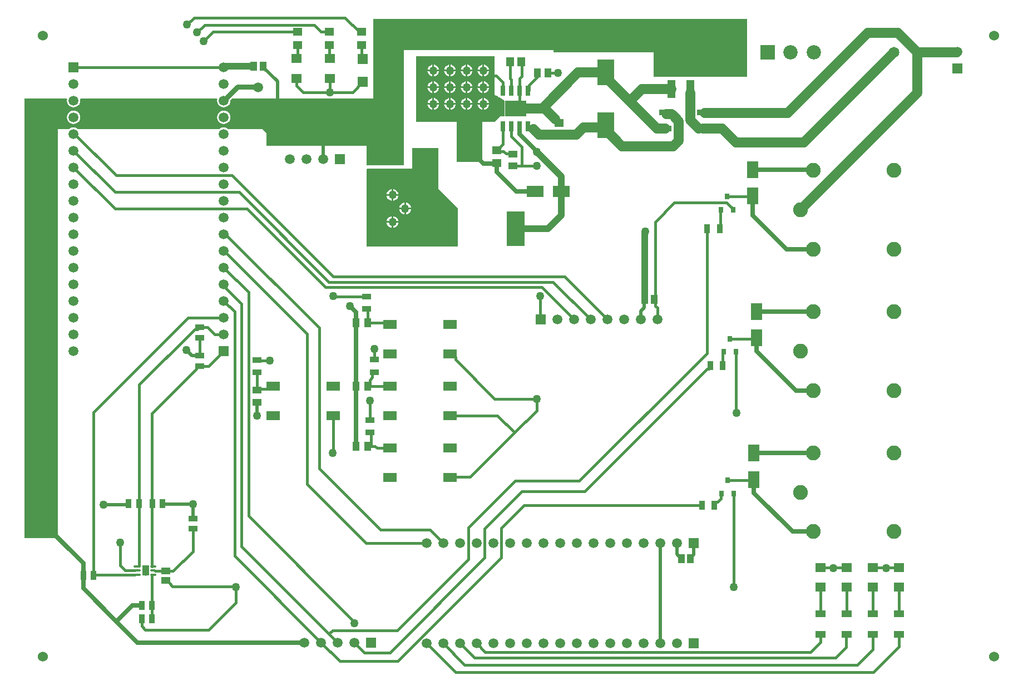
<source format=gtl>
G04*
G04 #@! TF.GenerationSoftware,Altium Limited,Altium Designer,19.1.8 (144)*
G04*
G04 Layer_Physical_Order=1*
G04 Layer_Color=255*
%FSTAX44Y44*%
%MOMM*%
G71*
G01*
G75*
%ADD11C,0.5000*%
G04:AMPARAMS|DCode=20|XSize=0.45mm|YSize=0.3mm|CornerRadius=0.0495mm|HoleSize=0mm|Usage=FLASHONLY|Rotation=0.000|XOffset=0mm|YOffset=0mm|HoleType=Round|Shape=RoundedRectangle|*
%AMROUNDEDRECTD20*
21,1,0.4500,0.2010,0,0,0.0*
21,1,0.3510,0.3000,0,0,0.0*
1,1,0.0990,0.1755,-0.1005*
1,1,0.0990,-0.1755,-0.1005*
1,1,0.0990,-0.1755,0.1005*
1,1,0.0990,0.1755,0.1005*
%
%ADD20ROUNDEDRECTD20*%
%ADD21R,1.5000X1.4000*%
%ADD22R,1.5000X1.0000*%
%ADD23R,1.2000X2.7000*%
%ADD24R,4.0000X2.1500*%
%ADD25R,1.1000X1.3500*%
%ADD26R,1.9250X0.9500*%
%ADD27R,1.3500X0.9500*%
%ADD28R,1.0200X1.4700*%
%ADD29R,3.3000X2.4100*%
%ADD30R,0.6500X1.5250*%
%ADD31R,0.8000X0.9000*%
%ADD32R,1.4500X1.2000*%
%ADD33R,1.5000X1.5000*%
%ADD34R,2.1000X1.4000*%
%ADD35R,1.2000X1.4500*%
%ADD36R,0.9500X1.3500*%
%ADD37R,1.3500X1.0000*%
%ADD38R,1.0000X1.3500*%
%ADD39R,1.4000X0.9500*%
%ADD40R,0.9500X1.4000*%
%ADD41R,2.8000X5.3000*%
%ADD42R,1.7000X2.5000*%
%ADD43R,2.5000X1.7000*%
%ADD44R,2.5000X4.0000*%
%ADD45R,1.4500X1.1500*%
%ADD46R,1.3500X1.1000*%
G04:AMPARAMS|DCode=47|XSize=1mm|YSize=1.6mm|CornerRadius=0.05mm|HoleSize=0mm|Usage=FLASHONLY|Rotation=0.000|XOffset=0mm|YOffset=0mm|HoleType=Round|Shape=RoundedRectangle|*
%AMROUNDEDRECTD47*
21,1,1.0000,1.5000,0,0,0.0*
21,1,0.9000,1.6000,0,0,0.0*
1,1,0.1000,0.4500,-0.7500*
1,1,0.1000,-0.4500,-0.7500*
1,1,0.1000,-0.4500,0.7500*
1,1,0.1000,0.4500,0.7500*
%
%ADD47ROUNDEDRECTD47*%
%ADD81C,0.5000*%
%ADD83C,0.3810*%
%ADD84C,1.0000*%
%ADD85C,0.3000*%
%ADD86C,1.5000*%
%ADD87C,0.7000*%
%ADD88C,0.8000*%
%ADD89C,2.4000*%
%ADD90R,1.6500X1.6500*%
%ADD91C,1.6500*%
%ADD92C,2.1750*%
%ADD93R,2.1750X2.1750*%
%ADD94C,1.5000*%
%ADD95R,1.5000X1.5000*%
%ADD96C,2.2500*%
%ADD97C,1.5240*%
%ADD98C,1.2700*%
G36*
X0111252Y00917956D02*
X0097028D01*
Y0095504D01*
X0081788D01*
Y00958342D01*
X00590042D01*
Y0088355D01*
X00590042Y0088355D01*
Y00783082D01*
X005334D01*
Y008128D01*
X00381D01*
Y0083185D01*
X0037465Y008382D01*
X00322792D01*
X00321293Y0083935D01*
X00318851Y00840362D01*
X0031623Y00840707D01*
X00313609Y00840362D01*
X00311167Y0083935D01*
X00309668Y008382D01*
X00094192D01*
X00092693Y0083935D01*
X00090251Y00840362D01*
X0008763Y00840707D01*
X00085009Y00840362D01*
X00082567Y0083935D01*
X00081068Y008382D01*
X000635D01*
Y002159D01*
X000127D01*
Y0086995D01*
Y00876046D01*
X000127Y00884682D01*
X00076887D01*
X00077771Y00883412D01*
X00077503Y0088138D01*
X00077848Y00878759D01*
X0007886Y00876317D01*
X00080469Y00874219D01*
X00082567Y0087261D01*
X00085009Y00871598D01*
X0008763Y00871253D01*
X00090251Y00871598D01*
X00092693Y0087261D01*
X00094791Y00874219D01*
X000964Y00876317D01*
X00097412Y00878759D01*
X00097757Y0088138D01*
X00097489Y00883412D01*
X00098373Y00884682D01*
X00305487D01*
X00306371Y00883412D01*
X00306103Y0088138D01*
X00306448Y00878759D01*
X0030746Y00876317D01*
X00309069Y00874219D01*
X00311167Y0087261D01*
X00313609Y00871598D01*
X0031623Y00871253D01*
X00318851Y00871598D01*
X00321293Y0087261D01*
X00323391Y00874219D01*
X00325Y00876317D01*
X00326012Y00878759D01*
X00326357Y0088138D01*
X00326264Y00882085D01*
X00328861Y00884682D01*
X0054356D01*
Y0100584D01*
X0111252D01*
Y00917956D01*
D02*
G37*
G36*
X00727964Y00889508D02*
X0073152Y00889D01*
X00735262Y00886583D01*
Y00886007D01*
X00736154D01*
X00743712Y00881126D01*
Y0085725D01*
X00736854D01*
X00728726Y00849122D01*
X00709676D01*
Y00808228D01*
X00671068D01*
X0067056Y00808438D01*
Y00849122D01*
X00608838Y00849122D01*
Y00948944D01*
X00727964D01*
Y00889508D01*
D02*
G37*
G36*
X00642874Y00747776D02*
X00672592Y00718058D01*
Y0065913D01*
X0054483D01*
X00533904Y0065913D01*
X00533532Y00777103D01*
X00534428Y00778002D01*
X0060325Y00778002D01*
X0060325Y0080899D01*
X00642874D01*
Y00747776D01*
D02*
G37*
%LPC*%
G36*
X0031623Y00866107D02*
X00313609Y00865762D01*
X00311167Y0086475D01*
X00309069Y00863141D01*
X0030746Y00861043D01*
X00306448Y00858601D01*
X00306103Y0085598D01*
X00306448Y00853359D01*
X0030746Y00850917D01*
X00309069Y00848819D01*
X00311167Y0084721D01*
X00313609Y00846198D01*
X0031623Y00845853D01*
X00318851Y00846198D01*
X00321293Y0084721D01*
X00323391Y00848819D01*
X00325Y00850917D01*
X00326012Y00853359D01*
X00326357Y0085598D01*
X00326012Y00858601D01*
X00325Y00861043D01*
X00323391Y00863141D01*
X00321293Y0086475D01*
X00318851Y00865762D01*
X0031623Y00866107D01*
D02*
G37*
G36*
X0008763D02*
X00085009Y00865762D01*
X00082567Y0086475D01*
X00080469Y00863141D01*
X0007886Y00861043D01*
X00077848Y00858601D01*
X00077503Y0085598D01*
X00077848Y00853359D01*
X0007886Y00850917D01*
X00080469Y00848819D01*
X00082567Y0084721D01*
X00085009Y00846198D01*
X0008763Y00845853D01*
X00090251Y00846198D01*
X00092693Y0084721D01*
X00094791Y00848819D01*
X000964Y00850917D01*
X00097412Y00853359D01*
X00097757Y0085598D01*
X00097412Y00858601D01*
X000964Y00861043D01*
X00094791Y00863141D01*
X00092693Y0086475D01*
X00090251Y00865762D01*
X0008763Y00866107D01*
D02*
G37*
G36*
X0071247Y009359D02*
Y0092837D01*
X00719999D01*
X00719861Y00929421D01*
X00718965Y00931583D01*
X0071754Y0093344D01*
X00715683Y00934865D01*
X00713521Y00935761D01*
X0071247Y009359D01*
D02*
G37*
G36*
X0070993D02*
X00708879Y00935761D01*
X00706717Y00934865D01*
X0070486Y0093344D01*
X00703435Y00931583D01*
X00702539Y00929421D01*
X00702401Y0092837D01*
X0070993D01*
Y009359D01*
D02*
G37*
G36*
X0068707D02*
Y0092837D01*
X006946D01*
X00694461Y00929421D01*
X00693565Y00931583D01*
X0069214Y0093344D01*
X00690283Y00934865D01*
X00688121Y00935761D01*
X0068707Y009359D01*
D02*
G37*
G36*
X0068453D02*
X00683479Y00935761D01*
X00681317Y00934865D01*
X0067946Y0093344D01*
X00678035Y00931583D01*
X00677139Y00929421D01*
X00677001Y0092837D01*
X0068453D01*
Y009359D01*
D02*
G37*
G36*
X0066167D02*
Y0092837D01*
X006692D01*
X00669061Y00929421D01*
X00668165Y00931583D01*
X0066674Y0093344D01*
X00664883Y00934865D01*
X00662721Y00935761D01*
X0066167Y009359D01*
D02*
G37*
G36*
X0065913D02*
X00658079Y00935761D01*
X00655917Y00934865D01*
X0065406Y0093344D01*
X00652635Y00931583D01*
X00651739Y00929421D01*
X006516Y0092837D01*
X0065913D01*
Y009359D01*
D02*
G37*
G36*
X0063627D02*
Y0092837D01*
X006438D01*
X00643661Y00929421D01*
X00642765Y00931583D01*
X0064134Y0093344D01*
X00639483Y00934865D01*
X00637321Y00935761D01*
X0063627Y009359D01*
D02*
G37*
G36*
X0063373D02*
X00632679Y00935761D01*
X00630517Y00934865D01*
X0062866Y0093344D01*
X00627235Y00931583D01*
X00626339Y00929421D01*
X006262Y0092837D01*
X0063373D01*
Y009359D01*
D02*
G37*
G36*
X00719999Y0092583D02*
X0071247D01*
Y009183D01*
X00713521Y00918439D01*
X00715683Y00919335D01*
X0071754Y0092076D01*
X00718965Y00922617D01*
X00719861Y00924779D01*
X00719999Y0092583D01*
D02*
G37*
G36*
X0070993D02*
X00702401D01*
X00702539Y00924779D01*
X00703435Y00922617D01*
X0070486Y0092076D01*
X00706717Y00919335D01*
X00708879Y00918439D01*
X0070993Y009183D01*
Y0092583D01*
D02*
G37*
G36*
X006946D02*
X0068707D01*
Y009183D01*
X00688121Y00918439D01*
X00690283Y00919335D01*
X0069214Y0092076D01*
X00693565Y00922617D01*
X00694461Y00924779D01*
X006946Y0092583D01*
D02*
G37*
G36*
X0068453D02*
X00677001D01*
X00677139Y00924779D01*
X00678035Y00922617D01*
X0067946Y0092076D01*
X00681317Y00919335D01*
X00683479Y00918439D01*
X0068453Y009183D01*
Y0092583D01*
D02*
G37*
G36*
X006692D02*
X0066167D01*
Y009183D01*
X00662721Y00918439D01*
X00664883Y00919335D01*
X0066674Y0092076D01*
X00668165Y00922617D01*
X00669061Y00924779D01*
X006692Y0092583D01*
D02*
G37*
G36*
X0065913D02*
X006516D01*
X00651739Y00924779D01*
X00652635Y00922617D01*
X0065406Y0092076D01*
X00655917Y00919335D01*
X00658079Y00918439D01*
X0065913Y009183D01*
Y0092583D01*
D02*
G37*
G36*
X006438D02*
X0063627D01*
Y009183D01*
X00637321Y00918439D01*
X00639483Y00919335D01*
X0064134Y0092076D01*
X00642765Y00922617D01*
X00643661Y00924779D01*
X006438Y0092583D01*
D02*
G37*
G36*
X0063373D02*
X006262D01*
X00626339Y00924779D01*
X00627235Y00922617D01*
X0062866Y0092076D01*
X00630517Y00919335D01*
X00632679Y00918439D01*
X0063373Y009183D01*
Y0092583D01*
D02*
G37*
G36*
X0071247Y00910499D02*
Y0090297D01*
X00719999D01*
X00719861Y00904021D01*
X00718965Y00906183D01*
X0071754Y0090804D01*
X00715683Y00909465D01*
X00713521Y00910361D01*
X0071247Y00910499D01*
D02*
G37*
G36*
X0070993D02*
X00708879Y00910361D01*
X00706717Y00909465D01*
X0070486Y0090804D01*
X00703435Y00906183D01*
X00702539Y00904021D01*
X00702401Y0090297D01*
X0070993D01*
Y00910499D01*
D02*
G37*
G36*
X0068707D02*
Y0090297D01*
X006946D01*
X00694461Y00904021D01*
X00693565Y00906183D01*
X0069214Y0090804D01*
X00690283Y00909465D01*
X00688121Y00910361D01*
X0068707Y00910499D01*
D02*
G37*
G36*
X0068453D02*
X00683479Y00910361D01*
X00681317Y00909465D01*
X0067946Y0090804D01*
X00678035Y00906183D01*
X00677139Y00904021D01*
X00677001Y0090297D01*
X0068453D01*
Y00910499D01*
D02*
G37*
G36*
X0066167D02*
Y0090297D01*
X006692D01*
X00669061Y00904021D01*
X00668165Y00906183D01*
X0066674Y0090804D01*
X00664883Y00909465D01*
X00662721Y00910361D01*
X0066167Y00910499D01*
D02*
G37*
G36*
X0065913D02*
X00658079Y00910361D01*
X00655917Y00909465D01*
X0065406Y0090804D01*
X00652635Y00906183D01*
X00651739Y00904021D01*
X006516Y0090297D01*
X0065913D01*
Y00910499D01*
D02*
G37*
G36*
X0063627D02*
Y0090297D01*
X006438D01*
X00643661Y00904021D01*
X00642765Y00906183D01*
X0064134Y0090804D01*
X00639483Y00909465D01*
X00637321Y00910361D01*
X0063627Y00910499D01*
D02*
G37*
G36*
X0063373D02*
X00632679Y00910361D01*
X00630517Y00909465D01*
X0062866Y0090804D01*
X00627235Y00906183D01*
X00626339Y00904021D01*
X006262Y0090297D01*
X0063373D01*
Y00910499D01*
D02*
G37*
G36*
X00719999Y0090043D02*
X0071247D01*
Y008929D01*
X00713521Y00893039D01*
X00715683Y00893935D01*
X0071754Y0089536D01*
X00718965Y00897217D01*
X00719861Y00899379D01*
X00719999Y0090043D01*
D02*
G37*
G36*
X0070993D02*
X00702401D01*
X00702539Y00899379D01*
X00703435Y00897217D01*
X0070486Y0089536D01*
X00706717Y00893935D01*
X00708879Y00893039D01*
X0070993Y008929D01*
Y0090043D01*
D02*
G37*
G36*
X006946D02*
X0068707D01*
Y008929D01*
X00688121Y00893039D01*
X00690283Y00893935D01*
X0069214Y0089536D01*
X00693565Y00897217D01*
X00694461Y00899379D01*
X006946Y0090043D01*
D02*
G37*
G36*
X0068453D02*
X00677001D01*
X00677139Y00899379D01*
X00678035Y00897217D01*
X0067946Y0089536D01*
X00681317Y00893935D01*
X00683479Y00893039D01*
X0068453Y008929D01*
Y0090043D01*
D02*
G37*
G36*
X006692D02*
X0066167D01*
Y008929D01*
X00662721Y00893039D01*
X00664883Y00893935D01*
X0066674Y0089536D01*
X00668165Y00897217D01*
X00669061Y00899379D01*
X006692Y0090043D01*
D02*
G37*
G36*
X0065913D02*
X006516D01*
X00651739Y00899379D01*
X00652635Y00897217D01*
X0065406Y0089536D01*
X00655917Y00893935D01*
X00658079Y00893039D01*
X0065913Y008929D01*
Y0090043D01*
D02*
G37*
G36*
X006438D02*
X0063627D01*
Y008929D01*
X00637321Y00893039D01*
X00639483Y00893935D01*
X0064134Y0089536D01*
X00642765Y00897217D01*
X00643661Y00899379D01*
X006438Y0090043D01*
D02*
G37*
G36*
X0063373D02*
X006262D01*
X00626339Y00899379D01*
X00627235Y00897217D01*
X0062866Y0089536D01*
X00630517Y00893935D01*
X00632679Y00893039D01*
X0063373Y008929D01*
Y0090043D01*
D02*
G37*
G36*
X0071247Y00885099D02*
Y0087757D01*
X00719999D01*
X00719861Y00878621D01*
X00718965Y00880783D01*
X0071754Y0088264D01*
X00715683Y00884065D01*
X00713521Y00884961D01*
X0071247Y00885099D01*
D02*
G37*
G36*
X0070993D02*
X00708879Y00884961D01*
X00706717Y00884065D01*
X0070486Y0088264D01*
X00703435Y00880783D01*
X00702539Y00878621D01*
X00702401Y0087757D01*
X0070993D01*
Y00885099D01*
D02*
G37*
G36*
X0068707D02*
Y0087757D01*
X006946D01*
X00694461Y00878621D01*
X00693565Y00880783D01*
X0069214Y0088264D01*
X00690283Y00884065D01*
X00688121Y00884961D01*
X0068707Y00885099D01*
D02*
G37*
G36*
X0068453D02*
X00683479Y00884961D01*
X00681317Y00884065D01*
X0067946Y0088264D01*
X00678035Y00880783D01*
X00677139Y00878621D01*
X00677001Y0087757D01*
X0068453D01*
Y00885099D01*
D02*
G37*
G36*
X0066167D02*
Y0087757D01*
X006692D01*
X00669061Y00878621D01*
X00668165Y00880783D01*
X0066674Y0088264D01*
X00664883Y00884065D01*
X00662721Y00884961D01*
X0066167Y00885099D01*
D02*
G37*
G36*
X0065913D02*
X00658079Y00884961D01*
X00655917Y00884065D01*
X0065406Y0088264D01*
X00652635Y00880783D01*
X00651739Y00878621D01*
X006516Y0087757D01*
X0065913D01*
Y00885099D01*
D02*
G37*
G36*
X0063627D02*
Y0087757D01*
X006438D01*
X00643661Y00878621D01*
X00642765Y00880783D01*
X0064134Y0088264D01*
X00639483Y00884065D01*
X00637321Y00884961D01*
X0063627Y00885099D01*
D02*
G37*
G36*
X0063373D02*
X00632679Y00884961D01*
X00630517Y00884065D01*
X0062866Y0088264D01*
X00627235Y00880783D01*
X00626339Y00878621D01*
X006262Y0087757D01*
X0063373D01*
Y00885099D01*
D02*
G37*
G36*
X00719999Y0087503D02*
X0071247D01*
Y00867501D01*
X00713521Y00867639D01*
X00715683Y00868535D01*
X0071754Y0086996D01*
X00718965Y00871817D01*
X00719861Y00873979D01*
X00719999Y0087503D01*
D02*
G37*
G36*
X0070993D02*
X00702401D01*
X00702539Y00873979D01*
X00703435Y00871817D01*
X0070486Y0086996D01*
X00706717Y00868535D01*
X00708879Y00867639D01*
X0070993Y00867501D01*
Y0087503D01*
D02*
G37*
G36*
X006946D02*
X0068707D01*
Y00867501D01*
X00688121Y00867639D01*
X00690283Y00868535D01*
X0069214Y0086996D01*
X00693565Y00871817D01*
X00694461Y00873979D01*
X006946Y0087503D01*
D02*
G37*
G36*
X0068453D02*
X00677001D01*
X00677139Y00873979D01*
X00678035Y00871817D01*
X0067946Y0086996D01*
X00681317Y00868535D01*
X00683479Y00867639D01*
X0068453Y00867501D01*
Y0087503D01*
D02*
G37*
G36*
X006692D02*
X0066167D01*
Y00867501D01*
X00662721Y00867639D01*
X00664883Y00868535D01*
X0066674Y0086996D01*
X00668165Y00871817D01*
X00669061Y00873979D01*
X006692Y0087503D01*
D02*
G37*
G36*
X0065913D02*
X006516D01*
X00651739Y00873979D01*
X00652635Y00871817D01*
X0065406Y0086996D01*
X00655917Y00868535D01*
X00658079Y00867639D01*
X0065913Y00867501D01*
Y0087503D01*
D02*
G37*
G36*
X006438D02*
X0063627D01*
Y00867501D01*
X00637321Y00867639D01*
X00639483Y00868535D01*
X0064134Y0086996D01*
X00642765Y00871817D01*
X00643661Y00873979D01*
X006438Y0087503D01*
D02*
G37*
G36*
X0063373D02*
X006262D01*
X00626339Y00873979D01*
X00627235Y00871817D01*
X0062866Y0086996D01*
X00630517Y00868535D01*
X00632679Y00867639D01*
X0063373Y00867501D01*
Y0087503D01*
D02*
G37*
G36*
X00574294Y00746669D02*
Y0073914D01*
X00581824D01*
X00581685Y00740191D01*
X00580789Y00742353D01*
X00579364Y0074421D01*
X00577507Y00745635D01*
X00575345Y00746531D01*
X00574294Y00746669D01*
D02*
G37*
G36*
X00571754D02*
X00570703Y00746531D01*
X00568541Y00745635D01*
X00566684Y0074421D01*
X00565259Y00742353D01*
X00564363Y00740191D01*
X00564225Y0073914D01*
X00571754D01*
Y00746669D01*
D02*
G37*
G36*
X00581824Y007366D02*
X00574294D01*
Y00729071D01*
X00575345Y00729209D01*
X00577507Y00730105D01*
X00579364Y0073153D01*
X00580789Y00733387D01*
X00581685Y00735549D01*
X00581824Y007366D01*
D02*
G37*
G36*
X00571754D02*
X00564225D01*
X00564363Y00735549D01*
X00565259Y00733387D01*
X00566684Y0073153D01*
X00568541Y00730105D01*
X00570703Y00729209D01*
X00571754Y00729071D01*
Y007366D01*
D02*
G37*
G36*
X00593598Y00726096D02*
Y00718566D01*
X00601128D01*
X00600989Y00719617D01*
X00600093Y00721779D01*
X00598668Y00723636D01*
X00596811Y00725061D01*
X00594649Y00725957D01*
X00593598Y00726096D01*
D02*
G37*
G36*
X00591058D02*
X00590007Y00725957D01*
X00587845Y00725061D01*
X00585988Y00723636D01*
X00584563Y00721779D01*
X00583667Y00719617D01*
X00583529Y00718566D01*
X00591058D01*
Y00726096D01*
D02*
G37*
G36*
X00601128Y00716026D02*
X00593598D01*
Y00708496D01*
X00594649Y00708635D01*
X00596811Y00709531D01*
X00598668Y00710956D01*
X00600093Y00712813D01*
X00600989Y00714975D01*
X00601128Y00716026D01*
D02*
G37*
G36*
X00591058D02*
X00583529D01*
X00583667Y00714975D01*
X00584563Y00712813D01*
X00585988Y00710956D01*
X00587845Y00709531D01*
X00590007Y00708635D01*
X00591058Y00708496D01*
Y00716026D01*
D02*
G37*
G36*
X00574294Y00705521D02*
Y00697992D01*
X00581824D01*
X00581685Y00699043D01*
X00580789Y00701205D01*
X00579364Y00703062D01*
X00577507Y00704487D01*
X00575345Y00705383D01*
X00574294Y00705521D01*
D02*
G37*
G36*
X00571754D02*
X00570703Y00705383D01*
X00568541Y00704487D01*
X00566684Y00703062D01*
X00565259Y00701205D01*
X00564363Y00699043D01*
X00564225Y00697992D01*
X00571754D01*
Y00705521D01*
D02*
G37*
G36*
X00581824Y00695452D02*
X00574294D01*
Y00687923D01*
X00575345Y00688061D01*
X00577507Y00688957D01*
X00579364Y00690382D01*
X00580789Y00692239D01*
X00581685Y00694401D01*
X00581824Y00695452D01*
D02*
G37*
G36*
X00571754D02*
X00564225D01*
X00564363Y00694401D01*
X00565259Y00692239D01*
X00566684Y00690382D01*
X00568541Y00688957D01*
X00570703Y00688061D01*
X00571754Y00687923D01*
Y00695452D01*
D02*
G37*
%LPD*%
D11*
X0037592Y0093222D02*
X00397764Y00910376D01*
Y0085257D02*
Y00910376D01*
X0037592Y0093222D02*
Y0093347D01*
X000381Y002413D02*
Y002667D01*
X01031494Y00190592D02*
Y00207772D01*
X01026556Y00185654D02*
X01031494Y00190592D01*
X01030986Y00055626D02*
X0103124Y00055372D01*
X01006094Y00207772D02*
Y00208026D01*
Y00190866D02*
Y00207772D01*
Y00190866D02*
X01012556Y00184404D01*
X0036703Y00402336D02*
Y00422546D01*
X00366776Y00402082D02*
X0036703Y00402336D01*
X00465074Y00827024D02*
X0046736Y00824738D01*
Y0079248D02*
Y00824738D01*
X0095631Y00577738D02*
X00957184Y00578612D01*
X0095631Y00566166D02*
Y00577738D01*
X00950976Y00548386D02*
Y00560832D01*
X0095631Y00566166D01*
X00267964Y0049302D02*
X002794D01*
X0025908Y00501904D02*
X00267964Y0049302D01*
X00268986Y00245494D02*
Y00267208D01*
X0022352D02*
X00268986D01*
X00222758Y0026797D02*
X0022352Y00267208D01*
X00170304Y002667D02*
X00171574Y0026797D01*
X0013335Y002667D02*
X00170304D01*
X00980694Y00055626D02*
Y00208026D01*
D20*
X0018751Y0017274D02*
D03*
Y0016624D02*
D03*
Y0015974D02*
D03*
X0020701D02*
D03*
Y0016624D02*
D03*
Y0017274D02*
D03*
D21*
X01343914Y00140956D02*
D03*
Y00170956D02*
D03*
X0122428D02*
D03*
Y00140956D02*
D03*
X01304036Y00170956D02*
D03*
Y00140956D02*
D03*
X01264158Y00170956D02*
D03*
Y00140956D02*
D03*
X0047752Y00945328D02*
D03*
Y00915328D02*
D03*
X0042672D02*
D03*
Y00945328D02*
D03*
D22*
X01343914Y00068836D02*
D03*
Y00100836D02*
D03*
X01264158Y00068836D02*
D03*
Y00100836D02*
D03*
X01304036Y00068836D02*
D03*
Y00100836D02*
D03*
X0122428Y00068836D02*
D03*
Y00100836D02*
D03*
D23*
X0102669Y00898652D02*
D03*
X0099769D02*
D03*
D24*
X00622942Y00797932D02*
D03*
X00689942D02*
D03*
D25*
X0036192Y0093347D02*
D03*
X0037592D02*
D03*
X00957184Y00578612D02*
D03*
X00971184D02*
D03*
X01012556Y00184404D02*
D03*
X01026556D02*
D03*
D26*
X01046136Y0086315D02*
D03*
Y0083865D02*
D03*
X00987896D02*
D03*
Y0086315D02*
D03*
D27*
X00268986Y00229994D02*
D03*
Y00245494D02*
D03*
X002794Y0052083D02*
D03*
Y0053633D02*
D03*
Y0049302D02*
D03*
Y0047752D02*
D03*
D28*
X00793242Y00923354D02*
D03*
X00809242D02*
D03*
D29*
X00760102Y00869052D02*
D03*
D30*
X00779152Y00841932D02*
D03*
X00766452D02*
D03*
X00753752D02*
D03*
X00741052D02*
D03*
Y00896172D02*
D03*
X00753752D02*
D03*
X00766452D02*
D03*
X00779152D02*
D03*
D31*
X01083056Y00303624D02*
D03*
X01092556Y00283624D02*
D03*
X01073556D02*
D03*
X01086612Y00518922D02*
D03*
X01096112Y00498922D02*
D03*
X01077112D02*
D03*
X01082294Y00735584D02*
D03*
X01091794Y00715584D02*
D03*
X01072794D02*
D03*
D32*
X00428248Y00986028D02*
D03*
Y00966028D02*
D03*
X0047712Y00986028D02*
D03*
Y00966028D02*
D03*
X00525993D02*
D03*
Y00986028D02*
D03*
X00731774Y00805942D02*
D03*
Y00785942D02*
D03*
D33*
X00527727Y00944828D02*
D03*
Y00909828D02*
D03*
X0031623Y0050038D02*
D03*
X0008763Y0093218D02*
D03*
X003683Y008763D02*
D03*
X0143256Y00929894D02*
D03*
X00572516Y00767334D02*
D03*
D34*
X0039138Y0044668D02*
D03*
X0048238D02*
D03*
X0039138Y0040168D02*
D03*
X0048238D02*
D03*
X0066018Y003077D02*
D03*
X0056918D02*
D03*
X0066018Y003527D02*
D03*
X0056918D02*
D03*
X0066018Y0040168D02*
D03*
X0056918D02*
D03*
X0066018Y0044668D02*
D03*
X0056918D02*
D03*
X0066018Y0049566D02*
D03*
X0056918D02*
D03*
X0066018Y0054066D02*
D03*
X0056918D02*
D03*
D35*
X00768602Y00940172D02*
D03*
X00751602D02*
D03*
D36*
X00206632Y0011303D02*
D03*
X00191132D02*
D03*
X00117732Y00159258D02*
D03*
X00102232D02*
D03*
X00207258Y0026797D02*
D03*
X00222758D02*
D03*
X00187074D02*
D03*
X00171574D02*
D03*
X00191132Y00092964D02*
D03*
X00206632D02*
D03*
D37*
X0036703Y00440546D02*
D03*
Y00422546D02*
D03*
X00756158Y0078221D02*
D03*
Y0080021D02*
D03*
D38*
X005354Y003556D02*
D03*
X005174D02*
D03*
X005354Y0044704D02*
D03*
X005174D02*
D03*
X005354Y0054356D02*
D03*
X005174D02*
D03*
D39*
X0036703Y00467766D02*
D03*
Y00486766D02*
D03*
X0053848Y0039558D02*
D03*
Y0037658D02*
D03*
X00545084Y00487274D02*
D03*
Y00468274D02*
D03*
X005334Y0058354D02*
D03*
Y0056454D02*
D03*
D40*
X0106294Y0026543D02*
D03*
X0104394D02*
D03*
X01075792Y00477774D02*
D03*
X01056792D02*
D03*
X01070864Y00686562D02*
D03*
X01051864D02*
D03*
D41*
X00658502Y00686172D02*
D03*
X00760502D02*
D03*
D42*
X0112268Y003048D02*
D03*
Y003448D02*
D03*
X01126998Y00520258D02*
D03*
Y00560258D02*
D03*
X01121156Y00736092D02*
D03*
Y00776092D02*
D03*
D43*
X00830072Y0074295D02*
D03*
X00790072D02*
D03*
D44*
X00897262Y00844292D02*
D03*
Y00924292D02*
D03*
D45*
X00826142Y00829572D02*
D03*
Y00847572D02*
D03*
D46*
X00228092Y00165638D02*
D03*
Y00151638D02*
D03*
D47*
X0019726Y0016624D02*
D03*
D81*
Y0017174D02*
D03*
Y0016074D02*
D03*
D83*
X00758698Y00376174D02*
X0079248Y00409956D01*
X00690927Y00308403D02*
X00758698Y00376174D01*
X00758444D02*
X00758698D01*
X01304036Y00170956D02*
X01343914D01*
X00976188Y00548386D02*
Y00565903D01*
X002235Y00152512D02*
X00227095Y00148917D01*
X00232063D01*
X00660883Y00308403D02*
X00690927D01*
X00732938Y0040168D02*
X00758444Y00376174D01*
X0079248Y00409956D02*
Y00427355D01*
X0018751Y0026797D02*
Y00449384D01*
X0066018Y0040168D02*
X00732938D01*
X0066018D02*
X00661852Y00403352D01*
X00728485Y00427355D02*
X0079248D01*
X0106294Y0026543D02*
Y0026768D01*
X01065785Y00270525D01*
X01068035D01*
X01073151Y00275641D02*
Y00283219D01*
X01068035Y00270525D02*
X01073151Y00275641D01*
Y00283219D02*
X01073556Y00283624D01*
X00535686Y0044704D02*
X0053822Y00449574D01*
Y00456432D01*
X00541829Y00460041D01*
X00544674Y00468274D02*
X00545084D01*
X00541829Y00460041D02*
Y00465429D01*
X00544674Y00468274D01*
X005354Y0044704D02*
X00535686D01*
X00117732Y00159258D02*
X00118214Y0015974D01*
X00180848D01*
X00166116Y0016637D02*
X00180718D01*
X00158242Y00174244D02*
X00166116Y0016637D01*
X00158242Y00174244D02*
Y00209296D01*
X00227614Y00166116D02*
X00228092Y00165638D01*
X00211706Y00166116D02*
X00227614D01*
X0020701Y0017274D02*
Y00267722D01*
Y0026797D02*
Y0040513D01*
Y00267722D02*
X00207258Y0026797D01*
X00333248Y0014224D02*
X00334518Y0014097D01*
X00232937Y00147695D02*
X00238392Y0014224D01*
X00232937Y00147695D02*
Y00148043D01*
X00238392Y0014224D02*
X00333248D01*
X00232063Y00148917D02*
X00232937Y00148043D01*
X00228092Y00165638D02*
X00228393Y00165939D01*
X00239345D02*
X00268986Y0019558D01*
X00228393Y00165939D02*
X00239345D01*
X00186944Y0026784D02*
X00187074Y0026797D01*
X00186944Y00173306D02*
Y0026784D01*
X0051435Y00086741D02*
X00515112Y00085979D01*
X0051435Y00086741D02*
Y000889D01*
X0058039Y00075184D02*
X00688848Y00183642D01*
X00481584Y00075184D02*
X0058039D01*
X0047625Y0006985D02*
X00481584Y00075184D01*
X0047625Y0006985D02*
X00489712Y00056388D01*
X00343281Y00202819D02*
X0047625Y0006985D01*
X00464312Y00986028D02*
X0047712D01*
X00286766Y00996696D02*
X00453644D01*
X00464312Y00986028D01*
X0076962Y0078221D02*
Y00810768D01*
X00756158Y0078221D02*
X0076962D01*
X0079259D01*
X00898652Y00916686D02*
Y00922902D01*
X00897262Y00924292D02*
X00898652Y00922902D01*
X00334518Y00117856D02*
Y0014097D01*
X0019685Y000762D02*
X00292862D01*
X00334518Y00117856D01*
X00809432Y00923544D02*
X00824738D01*
X00809242Y00923354D02*
X00809432Y00923544D01*
X0122428Y00100836D02*
Y00140956D01*
X01264158Y00100836D02*
Y00140956D01*
X01304036Y00100836D02*
Y00140956D01*
X01343914Y00100836D02*
Y00140956D01*
X01245122Y00170956D02*
X01264158D01*
X01244092Y00169926D02*
X01245122Y00170956D01*
X0122428D02*
X01243062D01*
X01244092Y00169926D01*
X01209548Y00042418D02*
X0122428Y0005715D01*
Y00068836D01*
X00713994Y00042418D02*
X01209548D01*
X01246886Y00033528D02*
X01263269Y00049911D01*
Y00067947D02*
X01264158Y00068836D01*
X01263269Y00049911D02*
Y00067947D01*
X00697484Y00033528D02*
X01246886D01*
X00668782Y0001143D02*
X01304544D01*
X0134366Y00068582D02*
X01343914Y00068836D01*
X01304544Y0001143D02*
X0134366Y00050546D01*
Y00068582D01*
X01304036Y00046636D02*
Y00068836D01*
X0128026Y0002286D02*
X01304036Y00046636D01*
X00682752Y0002286D02*
X0128026D01*
X0065024Y00055372D02*
X00682752Y0002286D01*
X0070104Y00055372D02*
X00713994Y00042418D01*
X0067564Y00055372D02*
X00697484Y00033528D01*
X0062484Y00055372D02*
X00668782Y0001143D01*
X0044323Y00297434D02*
X00532892Y00207772D01*
X006282D01*
X00630138Y00228128D02*
X00650494Y00207772D01*
X00554954Y00228128D02*
X00630138D01*
X00461518Y00321564D02*
Y00535432D01*
Y00321564D02*
X00554954Y00228128D01*
X00275336Y00985266D02*
X00286766Y00996696D01*
X0026035Y0099695D02*
X00270764Y01007364D01*
X00500851D02*
X00522187Y00986028D01*
X00270764Y01007364D02*
X00500851D01*
X00300228Y00986028D02*
X00428498D01*
X0028575Y0097155D02*
X00300228Y00986028D01*
X01026556Y00184404D02*
Y00185654D01*
X00549508Y003527D02*
X0056918D01*
X00546608Y003556D02*
X00549508Y003527D01*
X0054048Y003556D02*
X00546608D01*
X0053732D02*
X0054048D01*
X01213348Y00776092D02*
X0121412Y0077532D01*
X01092556Y00141072D02*
Y00283624D01*
X01092454Y0014097D02*
X01092556Y00141072D01*
X00368046Y00901954D02*
X003683Y009017D01*
X0042672Y0090424D02*
X0043688Y0089408D01*
X0047752D01*
X00724408Y0091948D02*
X00731012D01*
X00741052Y00896172D02*
Y0090944D01*
X00731012Y0091948D02*
X00741052Y0090944D01*
X0008763Y0093218D02*
X0031623D01*
X00972708Y00578866D02*
X00973307Y00578267D01*
X00972708Y00696864D02*
X0100203Y00726186D01*
X00972708Y00578866D02*
Y00696864D01*
X0100203Y00726186D02*
X01081192D01*
X01096112Y00406806D02*
Y00498922D01*
Y00406806D02*
X01096518Y004064D01*
X0076962Y00286766D02*
X00865784D01*
X00759206Y00302514D02*
X0085725D01*
X01051864Y00497128D02*
Y00686562D01*
X00865784Y00286766D02*
X01051697Y00472679D01*
X0085725Y00302514D02*
X01051864Y00497128D01*
X01051697Y00472679D02*
X01053947D01*
X01086612Y00518922D02*
X01125662D01*
X01091794Y00715584D02*
Y00716084D01*
X01089699Y00718179D02*
X01091794Y00716084D01*
X01089199Y00718179D02*
X01089699D01*
X01081192Y00726186D02*
X01089199Y00718179D01*
X0079259Y0078221D02*
X00792734Y00782066D01*
X00733024Y00805942D02*
X00734548Y00804418D01*
X00741934D01*
X00755941Y00800427D02*
X00756158Y0080021D01*
X00745925Y00800427D02*
X00755941D01*
X00741934Y00804418D02*
X00745925Y00800427D01*
X00733024Y00805942D02*
X00737119Y00810037D01*
Y00811287D01*
X00741052Y0081522D01*
X00753752Y00826636D02*
X0076962Y00810768D01*
X00753752Y00826636D02*
Y00841932D01*
X00741052Y0081522D02*
Y00841932D01*
X0048326Y0058354D02*
X005334D01*
X004826Y005842D02*
X0048326Y0058354D01*
X0047712Y00941351D02*
Y00966028D01*
X004764Y00945328D02*
Y00949522D01*
Y0094465D02*
Y00945328D01*
Y00941351D02*
Y0094465D01*
X00428248Y00945578D02*
X00428498Y00945328D01*
X00428248Y00945578D02*
Y00966028D01*
X0042672Y0090424D02*
Y00915328D01*
X00511979Y0089408D02*
X00527727Y00909828D01*
X0047752Y0089408D02*
X00511979D01*
X0047752D02*
Y009144D01*
X0066018Y003077D02*
X00660883Y00308403D01*
X0066018Y0049566D02*
X0066368D01*
X00668775Y00490565D01*
Y00487065D02*
Y00490565D01*
Y00487065D02*
X00728485Y00427355D01*
X00545084Y00487274D02*
Y00503174D01*
X0048238Y00345982D02*
Y0040168D01*
X00481584Y00345186D02*
X0048238Y00345982D01*
X00525993Y00946562D02*
Y00966028D01*
Y00946562D02*
X00527727Y00944828D01*
X00117732Y00159258D02*
Y00407292D01*
X0026162Y0055118D01*
X00191132Y00081918D02*
X0019685Y000762D01*
X00191132Y00081918D02*
Y00092964D01*
X0051401Y00057491D02*
X00530098Y00041402D01*
X00354076Y00249174D02*
X0051435Y000889D01*
X00354076Y00249174D02*
Y00589534D01*
X0031623Y0093218D02*
X00317583D01*
X00766452Y00875402D02*
Y00896172D01*
Y00915296D01*
X00343281Y00202819D02*
Y00571881D01*
X00492506Y00028194D02*
X00580769D01*
X00464312Y00056388D02*
Y00056388D01*
Y00056388D02*
X00492506Y00028194D01*
X00332486Y00188214D02*
X00464312Y00056388D01*
X00332486Y00188214D02*
Y00560324D01*
X00530098Y00041402D02*
X0056896D01*
X00713239Y00185681D01*
X0031623Y0062738D02*
X00354076Y00589534D01*
X0032024Y00594921D02*
Y00594942D01*
Y00594921D02*
X0034093Y00574232D01*
Y00574232D02*
Y00574232D01*
Y00574232D02*
X00343281Y00571881D01*
X0031623Y00598952D02*
X0032024Y00594942D01*
X0031623Y00598952D02*
Y0060198D01*
X0036703Y00443704D02*
Y00465175D01*
Y00440546D02*
Y00443704D01*
Y00442214D02*
X00386914D01*
X00364439Y00467766D02*
X0036703Y00465175D01*
X00368402Y00485394D02*
X00386334D01*
X0036703Y00486766D02*
X00368402Y00485394D01*
X0031623Y0057658D02*
X00332486Y00560324D01*
X00386914Y00442214D02*
X0039138Y0044668D01*
X0026162Y0055118D02*
X0031623D01*
X00276555Y00533485D02*
X002794Y0053633D01*
X00271611Y00533485D02*
X00276555D01*
X0018751Y00449384D02*
X00271611Y00533485D01*
X002774Y0047752D02*
X002794D01*
X00274555Y00474675D02*
X002774Y0047752D01*
X00274555Y00472675D02*
Y00474675D01*
X0020701Y0040513D02*
X00274555Y00472675D01*
X00268986Y0019558D02*
Y00229994D01*
X00206632Y00092964D02*
Y0011303D01*
X0020701Y00113408D02*
Y0015974D01*
X00206632Y0011303D02*
X0020701Y00113408D01*
X00351536Y00716788D02*
X00470916Y00597408D01*
X0008763Y0077978D02*
X00150622Y00716788D01*
X00351536D01*
X0032893Y00767588D02*
X00483108Y0061341D01*
X00834964D02*
X00899988Y00548386D01*
X00483108Y0061341D02*
X00834964D01*
X00339598Y00742188D02*
X0047625Y00605536D01*
X00817438D02*
X00874588Y00548386D01*
X0047625Y00605536D02*
X00817438D01*
X00152146Y00767588D02*
X0032893D01*
X00089154Y0083058D02*
X00152146Y00767588D01*
X0008763Y0083058D02*
X00089154D01*
X00150622Y00742188D02*
X00339598D01*
X0008763Y0080518D02*
X00150622Y00742188D01*
X00470916Y00597408D02*
X00800166D01*
X00874588Y00548386D02*
X00874588D01*
X00800166Y00597408D02*
X00849188Y00548386D01*
X0079756Y00551246D02*
Y005842D01*
X00796544Y0055023D02*
X00798388Y00548386D01*
X00796544Y0055023D02*
X0079756Y00551246D01*
X0044323Y00297434D02*
Y00526034D01*
X0031877Y0067818D02*
X00461518Y00535432D01*
X00316484Y0065278D02*
X0044323Y00526034D01*
X00713239Y00185681D02*
Y00230385D01*
X00738639Y00186064D02*
Y00230893D01*
X00580769Y00028194D02*
X00738639Y00186064D01*
X00688848Y00232156D02*
X00759206Y00302514D01*
X00688848Y00183642D02*
Y00232156D01*
X00713239Y00230385D02*
X0076962Y00286766D01*
X01056792Y00475524D02*
Y00477774D01*
X01053947Y00472679D02*
X01056792Y00475524D01*
X00738639Y00230893D02*
X00773176Y0026543D01*
X0104394D01*
X0031623Y0067818D02*
X0031877D01*
X0031623Y0065278D02*
X00316484D01*
X0053848Y0039558D02*
Y00424434D01*
X002794Y0047752D02*
X0029337D01*
X0031623Y0050038D01*
X0041656Y0079248D02*
X00417322Y00791718D01*
X00973307Y00568784D02*
Y00578267D01*
Y00568784D02*
X00976188Y00565903D01*
X00760102Y00869052D02*
X00760492Y00869442D01*
X00800862D02*
X00804272D01*
X00824642Y00847572D02*
X00826142D01*
X00820797Y00851417D02*
X00824642Y00847572D01*
X00820797Y00851417D02*
Y00852917D01*
X00793242Y00917956D02*
Y00928752D01*
X00779152Y00896172D02*
X00780497Y00897517D01*
Y00905211D01*
X00793242Y00917956D01*
X00768602Y00940172D02*
X0076962Y00939154D01*
Y00918464D02*
Y00939154D01*
X00766452Y00915296D02*
X0076962Y00918464D01*
X00753752Y00896172D02*
X00753872Y00896292D01*
Y0091313D01*
X00751602Y009154D02*
Y00940172D01*
Y009154D02*
X00753872Y0091313D01*
X01082294Y00735584D02*
X01120648D01*
X01121156Y00736092D01*
X01125662Y00518922D02*
X01126998Y00520258D01*
X01083056Y00303624D02*
X01121504D01*
X0112268Y003048D01*
X01213678Y00560258D02*
X012138Y0056038D01*
X01070864Y00686562D02*
X01072134Y00687832D01*
Y00714924D02*
X01072794Y00715584D01*
X01072134Y00687832D02*
Y00714924D01*
X01082294Y00735584D02*
X01082614Y00735904D01*
X01075792Y00477774D02*
Y00497602D01*
X01077112Y00498922D01*
X0121848Y003448D02*
X0121912Y0034544D01*
X005354Y0054356D02*
X0056628D01*
X0056918Y0054066D01*
X0053732Y0044704D02*
X0056882D01*
X0056918Y0044668D01*
X0054048Y003556D02*
Y0037458D01*
X0053848Y0037658D02*
X0054048Y0037458D01*
X005354Y0054356D02*
Y005632D01*
X005334Y005652D02*
X005354Y005632D01*
X002794Y0049302D02*
Y0052083D01*
X0030226Y0052578D02*
X0031623D01*
X002794Y0053633D02*
X0029171D01*
X0030226Y0052578D01*
D84*
X0036142Y0093347D02*
X0036192Y0093397D01*
X00956595Y00682244D02*
X00957184Y00681655D01*
X00956595Y00682244D02*
X00957326D01*
X00957184Y00578612D02*
Y00681655D01*
X01039426Y0083865D02*
X01046136D01*
X00317583Y0093218D02*
X0031854Y00933137D01*
X00320722D01*
X00321055Y0093347D01*
X0036142D01*
X0036192Y0093397D02*
Y0093472D01*
X00830072Y0074295D02*
Y00766064D01*
X00792734Y00803402D02*
X00830072Y00766064D01*
X00792734Y00803402D02*
Y00803756D01*
X00830072Y00706374D02*
Y0074295D01*
X0080987Y00686172D02*
X00830072Y00706374D01*
X00760502Y00686172D02*
X0080987D01*
X0098044Y00055372D02*
X00980694Y00055626D01*
D85*
X00186378Y0017274D02*
X00186944Y00173306D01*
X00180848Y0016624D02*
X00186359D01*
X0020729Y0015974D02*
X00211582D01*
X00180848Y0017274D02*
X00186378D01*
X00207557D02*
X00211847D01*
X00180848Y0015974D02*
X00185138D01*
X0020701Y0016624D02*
X002113D01*
D86*
X00934192Y0088009D02*
X00952754Y00898652D01*
X00934078Y00879976D02*
X00934192Y0088009D01*
Y0088009D02*
Y0088009D01*
X0090249Y00911792D02*
X00934192Y0088009D01*
X00760492Y00869442D02*
X00800862D01*
X00902262Y00911792D02*
X0090249D01*
X00897262Y00916792D02*
X00902262Y00911792D01*
X00897262Y00916792D02*
Y00924292D01*
X00934078Y00879976D02*
X00975404Y0083865D01*
X00952754Y00898652D02*
X0099769D01*
X0129667Y0098425D02*
X0134239D01*
X013716Y0095504D01*
X0117475Y0086233D02*
X0129667Y0098425D01*
X01026414Y00851662D02*
X01039426Y0083865D01*
X01026414Y00851662D02*
Y00892652D01*
X00990021Y00861025D02*
X00997678D01*
X00999675Y00859028D01*
X01000101D02*
X01008888Y00850241D01*
X00999675Y00859028D02*
X01000101D01*
X00922419Y00811635D02*
X01000101D01*
X01008888Y00820422D02*
Y00850241D01*
X01000101Y00811635D02*
X01008888Y00820422D01*
X01046136Y0083865D02*
X01074224D01*
X01095516Y00817358D02*
X01198918D01*
X01074224Y0083865D02*
X01095516Y00817358D01*
X01198918D02*
X013366Y0095504D01*
X01048261Y0086233D02*
X0117475D01*
X00897262Y00836792D02*
X00922419Y00811635D01*
X00975404Y0083865D02*
X00987896D01*
X0119412Y0071532D02*
X013716Y008928D01*
Y0095504D01*
X01431544D01*
X00804272Y00869442D02*
X00820797Y00852917D01*
X00800862Y00869442D02*
X00855712Y00924292D01*
X00897262D01*
X00795774Y00829572D02*
X00826142D01*
X00787789Y00837557D02*
X00795774Y00829572D01*
X00826142D02*
X0085294D01*
X00864108Y0084074D01*
X0089371D01*
X00897262Y00844292D01*
D87*
X00102232Y00139068D02*
Y00177168D01*
X000381Y002413D02*
X00102232Y00177168D01*
X00152654Y00088646D02*
X00177038Y0011303D01*
X00191132D01*
X00152654Y00088646D02*
X00184912Y00056388D01*
X00102232Y00139068D02*
X00152654Y00088646D01*
X00689942Y00797932D02*
X00699192D01*
X00702817Y00794307D02*
X00711563Y00785561D01*
X00731393D01*
X00699192Y00797932D02*
X00706442Y00790682D01*
X00731393Y00785561D02*
X00731774Y00785942D01*
Y00772668D02*
Y00785942D01*
X0112268Y003448D02*
X0121848D01*
X00508Y0056896D02*
X005174Y0055956D01*
X00731774Y00772668D02*
X00761492Y0074295D01*
X00790072D01*
X00766318Y00841798D02*
X00766452Y00841932D01*
X00766318Y00830173D02*
Y00841798D01*
Y00830173D02*
X00792734Y00803756D01*
X005174Y00362951D02*
Y0044704D01*
Y0054356D02*
Y0055956D01*
Y0044896D02*
Y0054356D01*
X00184912Y00056388D02*
X00438912D01*
X01121156Y00776092D02*
X01213348D01*
X0112268Y0028448D02*
Y003048D01*
Y0028448D02*
X0118172Y0022544D01*
X01172718Y0065532D02*
X0121412D01*
X01121156Y00706882D02*
Y00736092D01*
Y00706882D02*
X01172718Y0065532D01*
X01126998Y0050038D02*
Y00520258D01*
Y0050038D02*
X01186998Y0044038D01*
X01126998Y00560258D02*
X01213678D01*
X01186998Y0044038D02*
X012138D01*
X0118172Y0022544D02*
X0121912D01*
D88*
X00336804Y00901954D02*
X00368046D01*
X0031623Y0088138D02*
X00336804Y00901954D01*
D89*
X00760052Y00869002D02*
X00760102Y00869052D01*
D90*
X013716Y0095504D02*
D03*
D91*
X013366D02*
D03*
D92*
X0121412D02*
D03*
X0117912D02*
D03*
D93*
X0114412D02*
D03*
D94*
X01006094Y00207772D02*
D03*
X00980694D02*
D03*
X00955294D02*
D03*
X00929894D02*
D03*
X00904494D02*
D03*
X00879094D02*
D03*
X00853694D02*
D03*
X00828294D02*
D03*
X00802894D02*
D03*
X00777494D02*
D03*
X00752094D02*
D03*
X00726694D02*
D03*
X00701294D02*
D03*
X00675894D02*
D03*
X00650494D02*
D03*
X00625094D02*
D03*
X00823976Y00548386D02*
D03*
X00849376D02*
D03*
X00874776D02*
D03*
X00900176D02*
D03*
X00925576D02*
D03*
X00950976D02*
D03*
X00976376D02*
D03*
X0031623Y0052578D02*
D03*
Y0055118D02*
D03*
Y0057658D02*
D03*
Y0060198D02*
D03*
Y0062738D02*
D03*
Y0065278D02*
D03*
Y0067818D02*
D03*
Y0070358D02*
D03*
Y0072898D02*
D03*
Y0075438D02*
D03*
Y0077978D02*
D03*
Y0080518D02*
D03*
Y0083058D02*
D03*
Y0085598D02*
D03*
Y0088138D02*
D03*
Y0090678D02*
D03*
Y0093218D02*
D03*
X0008763Y0090678D02*
D03*
Y0088138D02*
D03*
Y0085598D02*
D03*
Y0083058D02*
D03*
Y0080518D02*
D03*
Y0077978D02*
D03*
Y0075438D02*
D03*
Y0072898D02*
D03*
Y0070358D02*
D03*
Y0067818D02*
D03*
Y0065278D02*
D03*
Y0062738D02*
D03*
Y0060198D02*
D03*
Y0057658D02*
D03*
Y0055118D02*
D03*
Y0052578D02*
D03*
Y0050038D02*
D03*
X0041656Y0079248D02*
D03*
X0044196D02*
D03*
X0046736D02*
D03*
X00438912Y00056388D02*
D03*
X00464312D02*
D03*
X00489712D02*
D03*
X00515112D02*
D03*
X003683Y009017D02*
D03*
X0143256Y00955294D02*
D03*
X00572516Y00792734D02*
D03*
X0100584Y00055372D02*
D03*
X0098044D02*
D03*
X0095504D02*
D03*
X0092964D02*
D03*
X0090424D02*
D03*
X0087884D02*
D03*
X0085344D02*
D03*
X0082804D02*
D03*
X0080264D02*
D03*
X0077724D02*
D03*
X0075184D02*
D03*
X0072644D02*
D03*
X0070104D02*
D03*
X0067564D02*
D03*
X0065024D02*
D03*
X0062484D02*
D03*
D95*
X01031494Y00207772D02*
D03*
X00798576Y00548386D02*
D03*
X0049276Y0079248D02*
D03*
X00540512Y00056388D02*
D03*
X0103124Y00055372D02*
D03*
D96*
X011938Y0071532D02*
D03*
X012138Y0065532D02*
D03*
X013358D02*
D03*
Y0077532D02*
D03*
X012138D02*
D03*
X011938Y0028544D02*
D03*
X012138Y0022544D02*
D03*
X013358D02*
D03*
Y0034544D02*
D03*
X012138D02*
D03*
X011938Y0050038D02*
D03*
X012138Y0044038D02*
D03*
X013358D02*
D03*
Y0056038D02*
D03*
X012138D02*
D03*
X010414Y0094996D02*
D03*
D97*
X0004064Y0098044D02*
D03*
Y0003556D02*
D03*
X0148844D02*
D03*
Y0098044D02*
D03*
D98*
X00515112Y00085979D02*
D03*
X00824738Y00923544D02*
D03*
X00957326Y00682244D02*
D03*
X01244092Y00169926D02*
D03*
X01324102D02*
D03*
X00275336Y00985266D02*
D03*
X01092454Y0014097D02*
D03*
X00592328Y00717296D02*
D03*
X00573024Y00696722D02*
D03*
Y0073787D02*
D03*
X0003683Y00400558D02*
D03*
X00366776Y00402082D02*
D03*
X00508Y0056896D02*
D03*
X01096518Y004064D02*
D03*
X00792734Y00782066D02*
D03*
Y00803402D02*
D03*
X004826Y005842D02*
D03*
X0047752Y0089408D02*
D03*
X0079248Y00427355D02*
D03*
X00545084Y00503174D02*
D03*
X0003683Y00538988D02*
D03*
X0025908Y00501904D02*
D03*
X00334518Y0014097D02*
D03*
X00481584Y00345186D02*
D03*
X00268986Y00267208D02*
D03*
X00158242Y00209296D02*
D03*
X000381Y002667D02*
D03*
X0013335D02*
D03*
X0026035Y0099695D02*
D03*
X0028575Y0097155D02*
D03*
X00635Y008763D02*
D03*
X006604D02*
D03*
X006858D02*
D03*
X007112D02*
D03*
Y009017D02*
D03*
X006858D02*
D03*
X006604D02*
D03*
X00635D02*
D03*
Y009271D02*
D03*
X006604D02*
D03*
X006858D02*
D03*
X007112D02*
D03*
X00386334Y00485394D02*
D03*
X0079756Y005842D02*
D03*
X0053848Y00424434D02*
D03*
M02*

</source>
